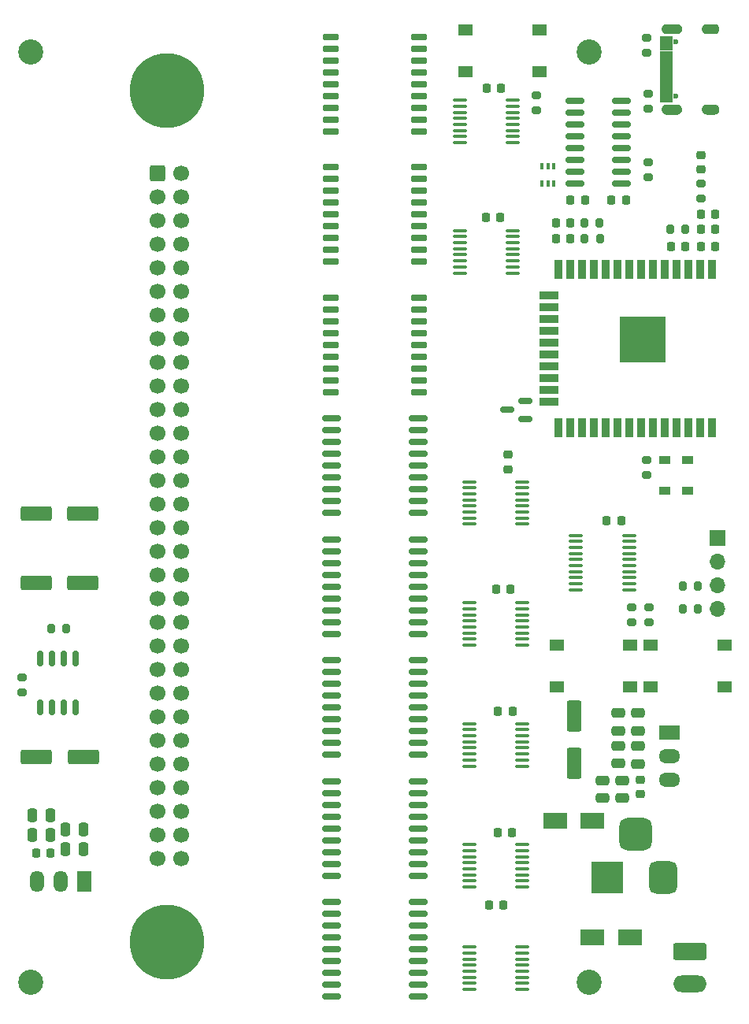
<source format=gbr>
%TF.GenerationSoftware,KiCad,Pcbnew,(6.0.7)*%
%TF.CreationDate,2022-10-27T00:54:25+02:00*%
%TF.ProjectId,flipdot-brose-esp32,666c6970-646f-4742-9d62-726f73652d65,rev?*%
%TF.SameCoordinates,Original*%
%TF.FileFunction,Soldermask,Top*%
%TF.FilePolarity,Negative*%
%FSLAX46Y46*%
G04 Gerber Fmt 4.6, Leading zero omitted, Abs format (unit mm)*
G04 Created by KiCad (PCBNEW (6.0.7)) date 2022-10-27 00:54:25*
%MOMM*%
%LPD*%
G01*
G04 APERTURE LIST*
G04 Aperture macros list*
%AMRoundRect*
0 Rectangle with rounded corners*
0 $1 Rounding radius*
0 $2 $3 $4 $5 $6 $7 $8 $9 X,Y pos of 4 corners*
0 Add a 4 corners polygon primitive as box body*
4,1,4,$2,$3,$4,$5,$6,$7,$8,$9,$2,$3,0*
0 Add four circle primitives for the rounded corners*
1,1,$1+$1,$2,$3*
1,1,$1+$1,$4,$5*
1,1,$1+$1,$6,$7*
1,1,$1+$1,$8,$9*
0 Add four rect primitives between the rounded corners*
20,1,$1+$1,$2,$3,$4,$5,0*
20,1,$1+$1,$4,$5,$6,$7,0*
20,1,$1+$1,$6,$7,$8,$9,0*
20,1,$1+$1,$8,$9,$2,$3,0*%
G04 Aperture macros list end*
%ADD10C,0.010000*%
%ADD11R,2.500000X1.800000*%
%ADD12RoundRect,0.250000X-1.550000X0.650000X-1.550000X-0.650000X1.550000X-0.650000X1.550000X0.650000X0*%
%ADD13O,3.600000X1.800000*%
%ADD14R,3.500000X3.500000*%
%ADD15RoundRect,0.750000X0.750000X1.000000X-0.750000X1.000000X-0.750000X-1.000000X0.750000X-1.000000X0*%
%ADD16RoundRect,0.875000X0.875000X0.875000X-0.875000X0.875000X-0.875000X-0.875000X0.875000X-0.875000X0*%
%ADD17RoundRect,0.225000X-0.225000X-0.250000X0.225000X-0.250000X0.225000X0.250000X-0.225000X0.250000X0*%
%ADD18RoundRect,0.225000X-0.250000X0.225000X-0.250000X-0.225000X0.250000X-0.225000X0.250000X0.225000X0*%
%ADD19RoundRect,0.150000X-0.150000X0.675000X-0.150000X-0.675000X0.150000X-0.675000X0.150000X0.675000X0*%
%ADD20R,1.500000X2.300000*%
%ADD21O,1.500000X2.300000*%
%ADD22RoundRect,0.200000X0.200000X0.275000X-0.200000X0.275000X-0.200000X-0.275000X0.200000X-0.275000X0*%
%ADD23RoundRect,0.200000X-0.275000X0.200000X-0.275000X-0.200000X0.275000X-0.200000X0.275000X0.200000X0*%
%ADD24RoundRect,0.250000X1.412500X0.550000X-1.412500X0.550000X-1.412500X-0.550000X1.412500X-0.550000X0*%
%ADD25RoundRect,0.250000X-0.250000X-0.475000X0.250000X-0.475000X0.250000X0.475000X-0.250000X0.475000X0*%
%ADD26RoundRect,0.250000X0.250000X0.475000X-0.250000X0.475000X-0.250000X-0.475000X0.250000X-0.475000X0*%
%ADD27RoundRect,0.100000X-0.637500X-0.100000X0.637500X-0.100000X0.637500X0.100000X-0.637500X0.100000X0*%
%ADD28RoundRect,0.150000X0.725000X0.150000X-0.725000X0.150000X-0.725000X-0.150000X0.725000X-0.150000X0*%
%ADD29RoundRect,0.150000X0.875000X0.150000X-0.875000X0.150000X-0.875000X-0.150000X0.875000X-0.150000X0*%
%ADD30RoundRect,0.150000X0.825000X0.150000X-0.825000X0.150000X-0.825000X-0.150000X0.825000X-0.150000X0*%
%ADD31R,2.300000X1.500000*%
%ADD32O,2.300000X1.500000*%
%ADD33R,0.900000X2.000000*%
%ADD34R,2.000000X0.900000*%
%ADD35R,5.000000X5.000000*%
%ADD36R,1.550000X1.300000*%
%ADD37RoundRect,0.200000X-0.200000X-0.275000X0.200000X-0.275000X0.200000X0.275000X-0.200000X0.275000X0*%
%ADD38RoundRect,0.200000X0.275000X-0.200000X0.275000X0.200000X-0.275000X0.200000X-0.275000X-0.200000X0*%
%ADD39R,0.400000X0.650000*%
%ADD40C,0.600000*%
%ADD41R,1.700000X1.700000*%
%ADD42O,1.700000X1.700000*%
%ADD43RoundRect,0.250000X-0.600000X-0.600000X0.600000X-0.600000X0.600000X0.600000X-0.600000X0.600000X0*%
%ADD44C,1.700000*%
%ADD45C,8.000000*%
%ADD46C,2.700000*%
%ADD47R,1.200000X0.900000*%
%ADD48RoundRect,0.218750X-0.256250X0.218750X-0.256250X-0.218750X0.256250X-0.218750X0.256250X0.218750X0*%
%ADD49RoundRect,0.218750X-0.218750X-0.256250X0.218750X-0.256250X0.218750X0.256250X-0.218750X0.256250X0*%
%ADD50RoundRect,0.150000X0.587500X0.150000X-0.587500X0.150000X-0.587500X-0.150000X0.587500X-0.150000X0*%
%ADD51RoundRect,0.225000X0.225000X0.250000X-0.225000X0.250000X-0.225000X-0.250000X0.225000X-0.250000X0*%
%ADD52RoundRect,0.250000X-0.475000X0.250000X-0.475000X-0.250000X0.475000X-0.250000X0.475000X0.250000X0*%
%ADD53RoundRect,0.250000X0.475000X-0.250000X0.475000X0.250000X-0.475000X0.250000X-0.475000X-0.250000X0*%
%ADD54RoundRect,0.250000X-0.550000X1.412500X-0.550000X-1.412500X0.550000X-1.412500X0.550000X1.412500X0*%
G04 APERTURE END LIST*
%TO.C,J6*%
G36*
X109468500Y-43176000D02*
G01*
X109494500Y-43178000D01*
X109520500Y-43181000D01*
X109546500Y-43186000D01*
X109571500Y-43192000D01*
X109597500Y-43199000D01*
X109621500Y-43208000D01*
X109645500Y-43218000D01*
X109669500Y-43229000D01*
X109692500Y-43242000D01*
X109736500Y-43270000D01*
X109757500Y-43286000D01*
X109777500Y-43303000D01*
X109796500Y-43321000D01*
X109814500Y-43340000D01*
X109831500Y-43360000D01*
X109847500Y-43381000D01*
X109875500Y-43425000D01*
X109888500Y-43448000D01*
X109899500Y-43472000D01*
X109909500Y-43496000D01*
X109918500Y-43520000D01*
X109925500Y-43546000D01*
X109931500Y-43571000D01*
X109936500Y-43597000D01*
X109939500Y-43623000D01*
X109941500Y-43649000D01*
X109942500Y-43675000D01*
X109941500Y-43701000D01*
X109939500Y-43727000D01*
X109936500Y-43753000D01*
X109931500Y-43779000D01*
X109925500Y-43804000D01*
X109918500Y-43830000D01*
X109909500Y-43854000D01*
X109899500Y-43878000D01*
X109888500Y-43902000D01*
X109875500Y-43925000D01*
X109847500Y-43969000D01*
X109831500Y-43990000D01*
X109814500Y-44010000D01*
X109796500Y-44029000D01*
X109777500Y-44047000D01*
X109757500Y-44064000D01*
X109736500Y-44080000D01*
X109692500Y-44108000D01*
X109669500Y-44121000D01*
X109645500Y-44132000D01*
X109621500Y-44142000D01*
X109597500Y-44151000D01*
X109571500Y-44158000D01*
X109546500Y-44164000D01*
X109520500Y-44169000D01*
X109494500Y-44172000D01*
X109468500Y-44174000D01*
X109442500Y-44175000D01*
X108342500Y-44175000D01*
X108316500Y-44174000D01*
X108290500Y-44172000D01*
X108264500Y-44169000D01*
X108238500Y-44164000D01*
X108213500Y-44158000D01*
X108187500Y-44151000D01*
X108163500Y-44142000D01*
X108139500Y-44132000D01*
X108115500Y-44121000D01*
X108092500Y-44108000D01*
X108048500Y-44080000D01*
X108027500Y-44064000D01*
X108007500Y-44047000D01*
X107988500Y-44029000D01*
X107970500Y-44010000D01*
X107953500Y-43990000D01*
X107937500Y-43969000D01*
X107909500Y-43925000D01*
X107896500Y-43902000D01*
X107885500Y-43878000D01*
X107875500Y-43854000D01*
X107866500Y-43830000D01*
X107859500Y-43804000D01*
X107853500Y-43779000D01*
X107848500Y-43753000D01*
X107845500Y-43727000D01*
X107843500Y-43701000D01*
X107842500Y-43675000D01*
X107843500Y-43649000D01*
X107845500Y-43623000D01*
X107848500Y-43597000D01*
X107853500Y-43571000D01*
X107859500Y-43546000D01*
X107866500Y-43520000D01*
X107875500Y-43496000D01*
X107885500Y-43472000D01*
X107896500Y-43448000D01*
X107909500Y-43425000D01*
X107937500Y-43381000D01*
X107953500Y-43360000D01*
X107970500Y-43340000D01*
X107988500Y-43321000D01*
X108007500Y-43303000D01*
X108027500Y-43286000D01*
X108048500Y-43270000D01*
X108092500Y-43242000D01*
X108115500Y-43229000D01*
X108139500Y-43218000D01*
X108163500Y-43208000D01*
X108187500Y-43199000D01*
X108213500Y-43192000D01*
X108238500Y-43186000D01*
X108264500Y-43181000D01*
X108290500Y-43178000D01*
X108316500Y-43176000D01*
X108342500Y-43175000D01*
X109442500Y-43175000D01*
X109468500Y-43176000D01*
G37*
D10*
X109468500Y-43176000D02*
X109494500Y-43178000D01*
X109520500Y-43181000D01*
X109546500Y-43186000D01*
X109571500Y-43192000D01*
X109597500Y-43199000D01*
X109621500Y-43208000D01*
X109645500Y-43218000D01*
X109669500Y-43229000D01*
X109692500Y-43242000D01*
X109736500Y-43270000D01*
X109757500Y-43286000D01*
X109777500Y-43303000D01*
X109796500Y-43321000D01*
X109814500Y-43340000D01*
X109831500Y-43360000D01*
X109847500Y-43381000D01*
X109875500Y-43425000D01*
X109888500Y-43448000D01*
X109899500Y-43472000D01*
X109909500Y-43496000D01*
X109918500Y-43520000D01*
X109925500Y-43546000D01*
X109931500Y-43571000D01*
X109936500Y-43597000D01*
X109939500Y-43623000D01*
X109941500Y-43649000D01*
X109942500Y-43675000D01*
X109941500Y-43701000D01*
X109939500Y-43727000D01*
X109936500Y-43753000D01*
X109931500Y-43779000D01*
X109925500Y-43804000D01*
X109918500Y-43830000D01*
X109909500Y-43854000D01*
X109899500Y-43878000D01*
X109888500Y-43902000D01*
X109875500Y-43925000D01*
X109847500Y-43969000D01*
X109831500Y-43990000D01*
X109814500Y-44010000D01*
X109796500Y-44029000D01*
X109777500Y-44047000D01*
X109757500Y-44064000D01*
X109736500Y-44080000D01*
X109692500Y-44108000D01*
X109669500Y-44121000D01*
X109645500Y-44132000D01*
X109621500Y-44142000D01*
X109597500Y-44151000D01*
X109571500Y-44158000D01*
X109546500Y-44164000D01*
X109520500Y-44169000D01*
X109494500Y-44172000D01*
X109468500Y-44174000D01*
X109442500Y-44175000D01*
X108342500Y-44175000D01*
X108316500Y-44174000D01*
X108290500Y-44172000D01*
X108264500Y-44169000D01*
X108238500Y-44164000D01*
X108213500Y-44158000D01*
X108187500Y-44151000D01*
X108163500Y-44142000D01*
X108139500Y-44132000D01*
X108115500Y-44121000D01*
X108092500Y-44108000D01*
X108048500Y-44080000D01*
X108027500Y-44064000D01*
X108007500Y-44047000D01*
X107988500Y-44029000D01*
X107970500Y-44010000D01*
X107953500Y-43990000D01*
X107937500Y-43969000D01*
X107909500Y-43925000D01*
X107896500Y-43902000D01*
X107885500Y-43878000D01*
X107875500Y-43854000D01*
X107866500Y-43830000D01*
X107859500Y-43804000D01*
X107853500Y-43779000D01*
X107848500Y-43753000D01*
X107845500Y-43727000D01*
X107843500Y-43701000D01*
X107842500Y-43675000D01*
X107843500Y-43649000D01*
X107845500Y-43623000D01*
X107848500Y-43597000D01*
X107853500Y-43571000D01*
X107859500Y-43546000D01*
X107866500Y-43520000D01*
X107875500Y-43496000D01*
X107885500Y-43472000D01*
X107896500Y-43448000D01*
X107909500Y-43425000D01*
X107937500Y-43381000D01*
X107953500Y-43360000D01*
X107970500Y-43340000D01*
X107988500Y-43321000D01*
X108007500Y-43303000D01*
X108027500Y-43286000D01*
X108048500Y-43270000D01*
X108092500Y-43242000D01*
X108115500Y-43229000D01*
X108139500Y-43218000D01*
X108163500Y-43208000D01*
X108187500Y-43199000D01*
X108213500Y-43192000D01*
X108238500Y-43186000D01*
X108264500Y-43181000D01*
X108290500Y-43178000D01*
X108316500Y-43176000D01*
X108342500Y-43175000D01*
X109442500Y-43175000D01*
X109468500Y-43176000D01*
G36*
X109468500Y-34526000D02*
G01*
X109494500Y-34528000D01*
X109520500Y-34531000D01*
X109546500Y-34536000D01*
X109571500Y-34542000D01*
X109597500Y-34549000D01*
X109621500Y-34558000D01*
X109645500Y-34568000D01*
X109669500Y-34579000D01*
X109692500Y-34592000D01*
X109736500Y-34620000D01*
X109757500Y-34636000D01*
X109777500Y-34653000D01*
X109796500Y-34671000D01*
X109814500Y-34690000D01*
X109831500Y-34710000D01*
X109847500Y-34731000D01*
X109875500Y-34775000D01*
X109888500Y-34798000D01*
X109899500Y-34822000D01*
X109909500Y-34846000D01*
X109918500Y-34870000D01*
X109925500Y-34896000D01*
X109931500Y-34921000D01*
X109936500Y-34947000D01*
X109939500Y-34973000D01*
X109941500Y-34999000D01*
X109942500Y-35025000D01*
X109941500Y-35055000D01*
X109938500Y-35082000D01*
X109934500Y-35108000D01*
X109929500Y-35134000D01*
X109915500Y-35184000D01*
X109905500Y-35209000D01*
X109895500Y-35233000D01*
X109883500Y-35257000D01*
X109870500Y-35280000D01*
X109856500Y-35302000D01*
X109840500Y-35324000D01*
X109824500Y-35345000D01*
X109788500Y-35383000D01*
X109768500Y-35401000D01*
X109748500Y-35418000D01*
X109727500Y-35434000D01*
X109705500Y-35448000D01*
X109682500Y-35462000D01*
X109658500Y-35474000D01*
X109634500Y-35485000D01*
X109610500Y-35495000D01*
X109585500Y-35503000D01*
X109559500Y-35510000D01*
X109533500Y-35516000D01*
X109507500Y-35520000D01*
X109481500Y-35523000D01*
X109455500Y-35525000D01*
X108332500Y-35525000D01*
X108302500Y-35524000D01*
X108277500Y-35521000D01*
X108251500Y-35518000D01*
X108201500Y-35506000D01*
X108176500Y-35498000D01*
X108152500Y-35489000D01*
X108128500Y-35479000D01*
X108105500Y-35467000D01*
X108082500Y-35454000D01*
X108060500Y-35440000D01*
X108039500Y-35425000D01*
X108019500Y-35409000D01*
X107999500Y-35392000D01*
X107981500Y-35374000D01*
X107963500Y-35355000D01*
X107947500Y-35335000D01*
X107931500Y-35314000D01*
X107917500Y-35292000D01*
X107904500Y-35270000D01*
X107892500Y-35247000D01*
X107881500Y-35223000D01*
X107872500Y-35199000D01*
X107864500Y-35175000D01*
X107857500Y-35150000D01*
X107851500Y-35124000D01*
X107847500Y-35099000D01*
X107844500Y-35073000D01*
X107842500Y-35047000D01*
X107842500Y-35025000D01*
X107843500Y-34999000D01*
X107845500Y-34973000D01*
X107848500Y-34947000D01*
X107853500Y-34921000D01*
X107859500Y-34896000D01*
X107866500Y-34870000D01*
X107875500Y-34846000D01*
X107885500Y-34822000D01*
X107896500Y-34798000D01*
X107909500Y-34775000D01*
X107937500Y-34731000D01*
X107953500Y-34710000D01*
X107970500Y-34690000D01*
X107988500Y-34671000D01*
X108007500Y-34653000D01*
X108027500Y-34636000D01*
X108048500Y-34620000D01*
X108092500Y-34592000D01*
X108115500Y-34579000D01*
X108139500Y-34568000D01*
X108163500Y-34558000D01*
X108187500Y-34549000D01*
X108213500Y-34542000D01*
X108238500Y-34536000D01*
X108264500Y-34531000D01*
X108290500Y-34528000D01*
X108316500Y-34526000D01*
X108342500Y-34525000D01*
X109442500Y-34525000D01*
X109468500Y-34526000D01*
G37*
X109468500Y-34526000D02*
X109494500Y-34528000D01*
X109520500Y-34531000D01*
X109546500Y-34536000D01*
X109571500Y-34542000D01*
X109597500Y-34549000D01*
X109621500Y-34558000D01*
X109645500Y-34568000D01*
X109669500Y-34579000D01*
X109692500Y-34592000D01*
X109736500Y-34620000D01*
X109757500Y-34636000D01*
X109777500Y-34653000D01*
X109796500Y-34671000D01*
X109814500Y-34690000D01*
X109831500Y-34710000D01*
X109847500Y-34731000D01*
X109875500Y-34775000D01*
X109888500Y-34798000D01*
X109899500Y-34822000D01*
X109909500Y-34846000D01*
X109918500Y-34870000D01*
X109925500Y-34896000D01*
X109931500Y-34921000D01*
X109936500Y-34947000D01*
X109939500Y-34973000D01*
X109941500Y-34999000D01*
X109942500Y-35025000D01*
X109941500Y-35055000D01*
X109938500Y-35082000D01*
X109934500Y-35108000D01*
X109929500Y-35134000D01*
X109915500Y-35184000D01*
X109905500Y-35209000D01*
X109895500Y-35233000D01*
X109883500Y-35257000D01*
X109870500Y-35280000D01*
X109856500Y-35302000D01*
X109840500Y-35324000D01*
X109824500Y-35345000D01*
X109788500Y-35383000D01*
X109768500Y-35401000D01*
X109748500Y-35418000D01*
X109727500Y-35434000D01*
X109705500Y-35448000D01*
X109682500Y-35462000D01*
X109658500Y-35474000D01*
X109634500Y-35485000D01*
X109610500Y-35495000D01*
X109585500Y-35503000D01*
X109559500Y-35510000D01*
X109533500Y-35516000D01*
X109507500Y-35520000D01*
X109481500Y-35523000D01*
X109455500Y-35525000D01*
X108332500Y-35525000D01*
X108302500Y-35524000D01*
X108277500Y-35521000D01*
X108251500Y-35518000D01*
X108201500Y-35506000D01*
X108176500Y-35498000D01*
X108152500Y-35489000D01*
X108128500Y-35479000D01*
X108105500Y-35467000D01*
X108082500Y-35454000D01*
X108060500Y-35440000D01*
X108039500Y-35425000D01*
X108019500Y-35409000D01*
X107999500Y-35392000D01*
X107981500Y-35374000D01*
X107963500Y-35355000D01*
X107947500Y-35335000D01*
X107931500Y-35314000D01*
X107917500Y-35292000D01*
X107904500Y-35270000D01*
X107892500Y-35247000D01*
X107881500Y-35223000D01*
X107872500Y-35199000D01*
X107864500Y-35175000D01*
X107857500Y-35150000D01*
X107851500Y-35124000D01*
X107847500Y-35099000D01*
X107844500Y-35073000D01*
X107842500Y-35047000D01*
X107842500Y-35025000D01*
X107843500Y-34999000D01*
X107845500Y-34973000D01*
X107848500Y-34947000D01*
X107853500Y-34921000D01*
X107859500Y-34896000D01*
X107866500Y-34870000D01*
X107875500Y-34846000D01*
X107885500Y-34822000D01*
X107896500Y-34798000D01*
X107909500Y-34775000D01*
X107937500Y-34731000D01*
X107953500Y-34710000D01*
X107970500Y-34690000D01*
X107988500Y-34671000D01*
X108007500Y-34653000D01*
X108027500Y-34636000D01*
X108048500Y-34620000D01*
X108092500Y-34592000D01*
X108115500Y-34579000D01*
X108139500Y-34568000D01*
X108163500Y-34558000D01*
X108187500Y-34549000D01*
X108213500Y-34542000D01*
X108238500Y-34536000D01*
X108264500Y-34531000D01*
X108290500Y-34528000D01*
X108316500Y-34526000D01*
X108342500Y-34525000D01*
X109442500Y-34525000D01*
X109468500Y-34526000D01*
G36*
X113488500Y-43176000D02*
G01*
X113514500Y-43178000D01*
X113540500Y-43181000D01*
X113566500Y-43186000D01*
X113591500Y-43192000D01*
X113617500Y-43199000D01*
X113641500Y-43208000D01*
X113665500Y-43218000D01*
X113689500Y-43229000D01*
X113712500Y-43242000D01*
X113756500Y-43270000D01*
X113777500Y-43286000D01*
X113797500Y-43303000D01*
X113816500Y-43321000D01*
X113834500Y-43340000D01*
X113851500Y-43360000D01*
X113867500Y-43381000D01*
X113895500Y-43425000D01*
X113908500Y-43448000D01*
X113919500Y-43472000D01*
X113929500Y-43496000D01*
X113938500Y-43520000D01*
X113945500Y-43546000D01*
X113951500Y-43571000D01*
X113956500Y-43597000D01*
X113959500Y-43623000D01*
X113961500Y-43649000D01*
X113962500Y-43675000D01*
X113961500Y-43701000D01*
X113959500Y-43727000D01*
X113956500Y-43753000D01*
X113951500Y-43779000D01*
X113945500Y-43804000D01*
X113938500Y-43830000D01*
X113929500Y-43854000D01*
X113919500Y-43878000D01*
X113908500Y-43902000D01*
X113895500Y-43925000D01*
X113867500Y-43969000D01*
X113851500Y-43990000D01*
X113834500Y-44010000D01*
X113816500Y-44029000D01*
X113797500Y-44047000D01*
X113777500Y-44064000D01*
X113756500Y-44080000D01*
X113712500Y-44108000D01*
X113689500Y-44121000D01*
X113665500Y-44132000D01*
X113641500Y-44142000D01*
X113617500Y-44151000D01*
X113591500Y-44158000D01*
X113566500Y-44164000D01*
X113540500Y-44169000D01*
X113514500Y-44172000D01*
X113488500Y-44174000D01*
X113462500Y-44175000D01*
X112662500Y-44175000D01*
X112636500Y-44174000D01*
X112610500Y-44172000D01*
X112584500Y-44169000D01*
X112558500Y-44164000D01*
X112533500Y-44158000D01*
X112507500Y-44151000D01*
X112483500Y-44142000D01*
X112459500Y-44132000D01*
X112435500Y-44121000D01*
X112412500Y-44108000D01*
X112368500Y-44080000D01*
X112347500Y-44064000D01*
X112327500Y-44047000D01*
X112308500Y-44029000D01*
X112290500Y-44010000D01*
X112273500Y-43990000D01*
X112257500Y-43969000D01*
X112229500Y-43925000D01*
X112216500Y-43902000D01*
X112205500Y-43878000D01*
X112195500Y-43854000D01*
X112186500Y-43830000D01*
X112179500Y-43804000D01*
X112173500Y-43779000D01*
X112168500Y-43753000D01*
X112165500Y-43727000D01*
X112163500Y-43701000D01*
X112162500Y-43675000D01*
X112163500Y-43649000D01*
X112165500Y-43623000D01*
X112168500Y-43597000D01*
X112173500Y-43571000D01*
X112179500Y-43546000D01*
X112186500Y-43520000D01*
X112195500Y-43496000D01*
X112205500Y-43472000D01*
X112216500Y-43448000D01*
X112229500Y-43425000D01*
X112257500Y-43381000D01*
X112273500Y-43360000D01*
X112290500Y-43340000D01*
X112308500Y-43321000D01*
X112327500Y-43303000D01*
X112347500Y-43286000D01*
X112368500Y-43270000D01*
X112412500Y-43242000D01*
X112435500Y-43229000D01*
X112459500Y-43218000D01*
X112483500Y-43208000D01*
X112507500Y-43199000D01*
X112533500Y-43192000D01*
X112558500Y-43186000D01*
X112584500Y-43181000D01*
X112610500Y-43178000D01*
X112636500Y-43176000D01*
X112662500Y-43175000D01*
X113462500Y-43175000D01*
X113488500Y-43176000D01*
G37*
X113488500Y-43176000D02*
X113514500Y-43178000D01*
X113540500Y-43181000D01*
X113566500Y-43186000D01*
X113591500Y-43192000D01*
X113617500Y-43199000D01*
X113641500Y-43208000D01*
X113665500Y-43218000D01*
X113689500Y-43229000D01*
X113712500Y-43242000D01*
X113756500Y-43270000D01*
X113777500Y-43286000D01*
X113797500Y-43303000D01*
X113816500Y-43321000D01*
X113834500Y-43340000D01*
X113851500Y-43360000D01*
X113867500Y-43381000D01*
X113895500Y-43425000D01*
X113908500Y-43448000D01*
X113919500Y-43472000D01*
X113929500Y-43496000D01*
X113938500Y-43520000D01*
X113945500Y-43546000D01*
X113951500Y-43571000D01*
X113956500Y-43597000D01*
X113959500Y-43623000D01*
X113961500Y-43649000D01*
X113962500Y-43675000D01*
X113961500Y-43701000D01*
X113959500Y-43727000D01*
X113956500Y-43753000D01*
X113951500Y-43779000D01*
X113945500Y-43804000D01*
X113938500Y-43830000D01*
X113929500Y-43854000D01*
X113919500Y-43878000D01*
X113908500Y-43902000D01*
X113895500Y-43925000D01*
X113867500Y-43969000D01*
X113851500Y-43990000D01*
X113834500Y-44010000D01*
X113816500Y-44029000D01*
X113797500Y-44047000D01*
X113777500Y-44064000D01*
X113756500Y-44080000D01*
X113712500Y-44108000D01*
X113689500Y-44121000D01*
X113665500Y-44132000D01*
X113641500Y-44142000D01*
X113617500Y-44151000D01*
X113591500Y-44158000D01*
X113566500Y-44164000D01*
X113540500Y-44169000D01*
X113514500Y-44172000D01*
X113488500Y-44174000D01*
X113462500Y-44175000D01*
X112662500Y-44175000D01*
X112636500Y-44174000D01*
X112610500Y-44172000D01*
X112584500Y-44169000D01*
X112558500Y-44164000D01*
X112533500Y-44158000D01*
X112507500Y-44151000D01*
X112483500Y-44142000D01*
X112459500Y-44132000D01*
X112435500Y-44121000D01*
X112412500Y-44108000D01*
X112368500Y-44080000D01*
X112347500Y-44064000D01*
X112327500Y-44047000D01*
X112308500Y-44029000D01*
X112290500Y-44010000D01*
X112273500Y-43990000D01*
X112257500Y-43969000D01*
X112229500Y-43925000D01*
X112216500Y-43902000D01*
X112205500Y-43878000D01*
X112195500Y-43854000D01*
X112186500Y-43830000D01*
X112179500Y-43804000D01*
X112173500Y-43779000D01*
X112168500Y-43753000D01*
X112165500Y-43727000D01*
X112163500Y-43701000D01*
X112162500Y-43675000D01*
X112163500Y-43649000D01*
X112165500Y-43623000D01*
X112168500Y-43597000D01*
X112173500Y-43571000D01*
X112179500Y-43546000D01*
X112186500Y-43520000D01*
X112195500Y-43496000D01*
X112205500Y-43472000D01*
X112216500Y-43448000D01*
X112229500Y-43425000D01*
X112257500Y-43381000D01*
X112273500Y-43360000D01*
X112290500Y-43340000D01*
X112308500Y-43321000D01*
X112327500Y-43303000D01*
X112347500Y-43286000D01*
X112368500Y-43270000D01*
X112412500Y-43242000D01*
X112435500Y-43229000D01*
X112459500Y-43218000D01*
X112483500Y-43208000D01*
X112507500Y-43199000D01*
X112533500Y-43192000D01*
X112558500Y-43186000D01*
X112584500Y-43181000D01*
X112610500Y-43178000D01*
X112636500Y-43176000D01*
X112662500Y-43175000D01*
X113462500Y-43175000D01*
X113488500Y-43176000D01*
G36*
X113488500Y-34526000D02*
G01*
X113514500Y-34528000D01*
X113540500Y-34531000D01*
X113566500Y-34536000D01*
X113591500Y-34542000D01*
X113617500Y-34549000D01*
X113641500Y-34558000D01*
X113665500Y-34568000D01*
X113689500Y-34579000D01*
X113712500Y-34592000D01*
X113756500Y-34620000D01*
X113777500Y-34636000D01*
X113797500Y-34653000D01*
X113816500Y-34671000D01*
X113834500Y-34690000D01*
X113851500Y-34710000D01*
X113867500Y-34731000D01*
X113895500Y-34775000D01*
X113908500Y-34798000D01*
X113919500Y-34822000D01*
X113929500Y-34846000D01*
X113938500Y-34870000D01*
X113945500Y-34896000D01*
X113951500Y-34921000D01*
X113956500Y-34947000D01*
X113959500Y-34973000D01*
X113961500Y-34999000D01*
X113962500Y-35025000D01*
X113961500Y-35051000D01*
X113959500Y-35077000D01*
X113956500Y-35103000D01*
X113951500Y-35129000D01*
X113945500Y-35154000D01*
X113938500Y-35180000D01*
X113929500Y-35204000D01*
X113919500Y-35228000D01*
X113908500Y-35252000D01*
X113895500Y-35275000D01*
X113867500Y-35319000D01*
X113851500Y-35340000D01*
X113834500Y-35360000D01*
X113816500Y-35379000D01*
X113797500Y-35397000D01*
X113777500Y-35414000D01*
X113756500Y-35430000D01*
X113712500Y-35458000D01*
X113689500Y-35471000D01*
X113665500Y-35482000D01*
X113641500Y-35492000D01*
X113617500Y-35501000D01*
X113591500Y-35508000D01*
X113566500Y-35514000D01*
X113540500Y-35519000D01*
X113514500Y-35522000D01*
X113488500Y-35524000D01*
X113462500Y-35525000D01*
X112662500Y-35525000D01*
X112636500Y-35524000D01*
X112610500Y-35522000D01*
X112584500Y-35519000D01*
X112558500Y-35514000D01*
X112533500Y-35508000D01*
X112507500Y-35501000D01*
X112483500Y-35492000D01*
X112459500Y-35482000D01*
X112435500Y-35471000D01*
X112412500Y-35458000D01*
X112368500Y-35430000D01*
X112347500Y-35414000D01*
X112327500Y-35397000D01*
X112308500Y-35379000D01*
X112290500Y-35360000D01*
X112273500Y-35340000D01*
X112257500Y-35319000D01*
X112229500Y-35275000D01*
X112216500Y-35252000D01*
X112205500Y-35228000D01*
X112195500Y-35204000D01*
X112186500Y-35180000D01*
X112179500Y-35154000D01*
X112173500Y-35129000D01*
X112168500Y-35103000D01*
X112165500Y-35077000D01*
X112163500Y-35051000D01*
X112162500Y-35025000D01*
X112163500Y-34999000D01*
X112165500Y-34973000D01*
X112168500Y-34947000D01*
X112173500Y-34921000D01*
X112179500Y-34896000D01*
X112186500Y-34870000D01*
X112195500Y-34846000D01*
X112205500Y-34822000D01*
X112216500Y-34798000D01*
X112229500Y-34775000D01*
X112257500Y-34731000D01*
X112273500Y-34710000D01*
X112290500Y-34690000D01*
X112308500Y-34671000D01*
X112327500Y-34653000D01*
X112347500Y-34636000D01*
X112368500Y-34620000D01*
X112412500Y-34592000D01*
X112435500Y-34579000D01*
X112459500Y-34568000D01*
X112483500Y-34558000D01*
X112507500Y-34549000D01*
X112533500Y-34542000D01*
X112558500Y-34536000D01*
X112584500Y-34531000D01*
X112610500Y-34528000D01*
X112636500Y-34526000D01*
X112662500Y-34525000D01*
X113462500Y-34525000D01*
X113488500Y-34526000D01*
G37*
X113488500Y-34526000D02*
X113514500Y-34528000D01*
X113540500Y-34531000D01*
X113566500Y-34536000D01*
X113591500Y-34542000D01*
X113617500Y-34549000D01*
X113641500Y-34558000D01*
X113665500Y-34568000D01*
X113689500Y-34579000D01*
X113712500Y-34592000D01*
X113756500Y-34620000D01*
X113777500Y-34636000D01*
X113797500Y-34653000D01*
X113816500Y-34671000D01*
X113834500Y-34690000D01*
X113851500Y-34710000D01*
X113867500Y-34731000D01*
X113895500Y-34775000D01*
X113908500Y-34798000D01*
X113919500Y-34822000D01*
X113929500Y-34846000D01*
X113938500Y-34870000D01*
X113945500Y-34896000D01*
X113951500Y-34921000D01*
X113956500Y-34947000D01*
X113959500Y-34973000D01*
X113961500Y-34999000D01*
X113962500Y-35025000D01*
X113961500Y-35051000D01*
X113959500Y-35077000D01*
X113956500Y-35103000D01*
X113951500Y-35129000D01*
X113945500Y-35154000D01*
X113938500Y-35180000D01*
X113929500Y-35204000D01*
X113919500Y-35228000D01*
X113908500Y-35252000D01*
X113895500Y-35275000D01*
X113867500Y-35319000D01*
X113851500Y-35340000D01*
X113834500Y-35360000D01*
X113816500Y-35379000D01*
X113797500Y-35397000D01*
X113777500Y-35414000D01*
X113756500Y-35430000D01*
X113712500Y-35458000D01*
X113689500Y-35471000D01*
X113665500Y-35482000D01*
X113641500Y-35492000D01*
X113617500Y-35501000D01*
X113591500Y-35508000D01*
X113566500Y-35514000D01*
X113540500Y-35519000D01*
X113514500Y-35522000D01*
X113488500Y-35524000D01*
X113462500Y-35525000D01*
X112662500Y-35525000D01*
X112636500Y-35524000D01*
X112610500Y-35522000D01*
X112584500Y-35519000D01*
X112558500Y-35514000D01*
X112533500Y-35508000D01*
X112507500Y-35501000D01*
X112483500Y-35492000D01*
X112459500Y-35482000D01*
X112435500Y-35471000D01*
X112412500Y-35458000D01*
X112368500Y-35430000D01*
X112347500Y-35414000D01*
X112327500Y-35397000D01*
X112308500Y-35379000D01*
X112290500Y-35360000D01*
X112273500Y-35340000D01*
X112257500Y-35319000D01*
X112229500Y-35275000D01*
X112216500Y-35252000D01*
X112205500Y-35228000D01*
X112195500Y-35204000D01*
X112186500Y-35180000D01*
X112179500Y-35154000D01*
X112173500Y-35129000D01*
X112168500Y-35103000D01*
X112165500Y-35077000D01*
X112163500Y-35051000D01*
X112162500Y-35025000D01*
X112163500Y-34999000D01*
X112165500Y-34973000D01*
X112168500Y-34947000D01*
X112173500Y-34921000D01*
X112179500Y-34896000D01*
X112186500Y-34870000D01*
X112195500Y-34846000D01*
X112205500Y-34822000D01*
X112216500Y-34798000D01*
X112229500Y-34775000D01*
X112257500Y-34731000D01*
X112273500Y-34710000D01*
X112290500Y-34690000D01*
X112308500Y-34671000D01*
X112327500Y-34653000D01*
X112347500Y-34636000D01*
X112368500Y-34620000D01*
X112412500Y-34592000D01*
X112435500Y-34579000D01*
X112459500Y-34568000D01*
X112483500Y-34558000D01*
X112507500Y-34549000D01*
X112533500Y-34542000D01*
X112558500Y-34536000D01*
X112584500Y-34531000D01*
X112610500Y-34528000D01*
X112636500Y-34526000D01*
X112662500Y-34525000D01*
X113462500Y-34525000D01*
X113488500Y-34526000D01*
G36*
X108932500Y-41300000D02*
G01*
X107692500Y-41300000D01*
X107692500Y-40900000D01*
X108932500Y-40900000D01*
X108932500Y-41300000D01*
G37*
X108932500Y-41300000D02*
X107692500Y-41300000D01*
X107692500Y-40900000D01*
X108932500Y-40900000D01*
X108932500Y-41300000D01*
G36*
X108932500Y-40800000D02*
G01*
X107692500Y-40800000D01*
X107692500Y-40400000D01*
X108932500Y-40400000D01*
X108932500Y-40800000D01*
G37*
X108932500Y-40800000D02*
X107692500Y-40800000D01*
X107692500Y-40400000D01*
X108932500Y-40400000D01*
X108932500Y-40800000D01*
G36*
X108932500Y-40300000D02*
G01*
X107692500Y-40300000D01*
X107692500Y-39900000D01*
X108932500Y-39900000D01*
X108932500Y-40300000D01*
G37*
X108932500Y-40300000D02*
X107692500Y-40300000D01*
X107692500Y-39900000D01*
X108932500Y-39900000D01*
X108932500Y-40300000D01*
G36*
X108932500Y-37800000D02*
G01*
X107692500Y-37800000D01*
X107692500Y-37400000D01*
X108932500Y-37400000D01*
X108932500Y-37800000D01*
G37*
X108932500Y-37800000D02*
X107692500Y-37800000D01*
X107692500Y-37400000D01*
X108932500Y-37400000D01*
X108932500Y-37800000D01*
G36*
X108932500Y-38300000D02*
G01*
X107692500Y-38300000D01*
X107692500Y-37900000D01*
X108932500Y-37900000D01*
X108932500Y-38300000D01*
G37*
X108932500Y-38300000D02*
X107692500Y-38300000D01*
X107692500Y-37900000D01*
X108932500Y-37900000D01*
X108932500Y-38300000D01*
G36*
X108932500Y-38800000D02*
G01*
X107692500Y-38800000D01*
X107692500Y-38400000D01*
X108932500Y-38400000D01*
X108932500Y-38800000D01*
G37*
X108932500Y-38800000D02*
X107692500Y-38800000D01*
X107692500Y-38400000D01*
X108932500Y-38400000D01*
X108932500Y-38800000D01*
G36*
X108932500Y-39800000D02*
G01*
X107692500Y-39800000D01*
X107692500Y-39400000D01*
X108932500Y-39400000D01*
X108932500Y-39800000D01*
G37*
X108932500Y-39800000D02*
X107692500Y-39800000D01*
X107692500Y-39400000D01*
X108932500Y-39400000D01*
X108932500Y-39800000D01*
G36*
X108932500Y-39300000D02*
G01*
X107692500Y-39300000D01*
X107692500Y-38900000D01*
X108932500Y-38900000D01*
X108932500Y-39300000D01*
G37*
X108932500Y-39300000D02*
X107692500Y-39300000D01*
X107692500Y-38900000D01*
X108932500Y-38900000D01*
X108932500Y-39300000D01*
G36*
X108932500Y-42900000D02*
G01*
X107692500Y-42900000D01*
X107692500Y-42200000D01*
X108932500Y-42200000D01*
X108932500Y-42900000D01*
G37*
X108932500Y-42900000D02*
X107692500Y-42900000D01*
X107692500Y-42200000D01*
X108932500Y-42200000D01*
X108932500Y-42900000D01*
G36*
X108932500Y-36500000D02*
G01*
X107692500Y-36500000D01*
X107692500Y-35800000D01*
X108932500Y-35800000D01*
X108932500Y-36500000D01*
G37*
X108932500Y-36500000D02*
X107692500Y-36500000D01*
X107692500Y-35800000D01*
X108932500Y-35800000D01*
X108932500Y-36500000D01*
G36*
X108932500Y-42100000D02*
G01*
X107692500Y-42100000D01*
X107692500Y-41400000D01*
X108932500Y-41400000D01*
X108932500Y-42100000D01*
G37*
X108932500Y-42100000D02*
X107692500Y-42100000D01*
X107692500Y-41400000D01*
X108932500Y-41400000D01*
X108932500Y-42100000D01*
G36*
X108932500Y-37300000D02*
G01*
X107692500Y-37300000D01*
X107692500Y-36600000D01*
X108932500Y-36600000D01*
X108932500Y-37300000D01*
G37*
X108932500Y-37300000D02*
X107692500Y-37300000D01*
X107692500Y-36600000D01*
X108932500Y-36600000D01*
X108932500Y-37300000D01*
%TD*%
D11*
%TO.C,D1*%
X100400000Y-132700000D03*
X104400000Y-132700000D03*
%TD*%
D12*
%TO.C,J3*%
X110900000Y-134200000D03*
D13*
X110900000Y-137700000D03*
%TD*%
D14*
%TO.C,J2*%
X102000000Y-126257500D03*
D15*
X108000000Y-126257500D03*
D16*
X105000000Y-121557500D03*
%TD*%
D17*
%TO.C,C21*%
X101925000Y-87900000D03*
X103475000Y-87900000D03*
%TD*%
%TO.C,C31*%
X90250000Y-108400000D03*
X91800000Y-108400000D03*
%TD*%
%TO.C,C30*%
X89025000Y-41400000D03*
X90575000Y-41400000D03*
%TD*%
%TO.C,C29*%
X90050000Y-95300000D03*
X91600000Y-95300000D03*
%TD*%
D18*
%TO.C,C28*%
X91300000Y-80825000D03*
X91300000Y-82375000D03*
%TD*%
D17*
%TO.C,C27*%
X90225000Y-121400000D03*
X91775000Y-121400000D03*
%TD*%
%TO.C,C26*%
X88950000Y-55300000D03*
X90500000Y-55300000D03*
%TD*%
%TO.C,C25*%
X89250000Y-129200000D03*
X90800000Y-129200000D03*
%TD*%
D19*
%TO.C,U23*%
X44805000Y-107925000D03*
X43535000Y-107925000D03*
X42265000Y-107925000D03*
X40995000Y-107925000D03*
X40995000Y-102675000D03*
X42265000Y-102675000D03*
X43535000Y-102675000D03*
X44805000Y-102675000D03*
%TD*%
D20*
%TO.C,U22*%
X45747000Y-126692500D03*
D21*
X43207000Y-126692500D03*
X40667000Y-126692500D03*
%TD*%
D22*
%TO.C,R4*%
X42175000Y-99500000D03*
X43825000Y-99500000D03*
%TD*%
D23*
%TO.C,R3*%
X39100000Y-106400000D03*
X39100000Y-104750000D03*
%TD*%
D24*
%TO.C,C24*%
X40562500Y-94600000D03*
X45637500Y-94600000D03*
%TD*%
%TO.C,C19*%
X40562500Y-87100000D03*
X45637500Y-87100000D03*
%TD*%
%TO.C,C7*%
X40600000Y-113300000D03*
X45675000Y-113300000D03*
%TD*%
D17*
%TO.C,C6*%
X40600000Y-123600000D03*
X42150000Y-123600000D03*
%TD*%
D25*
%TO.C,C5*%
X40200000Y-121700000D03*
X42100000Y-121700000D03*
%TD*%
%TO.C,C4*%
X40200000Y-119600000D03*
X42100000Y-119600000D03*
%TD*%
D26*
%TO.C,C3*%
X45650000Y-123200000D03*
X43750000Y-123200000D03*
%TD*%
%TO.C,C1*%
X45650000Y-121100000D03*
X43750000Y-121100000D03*
%TD*%
D27*
%TO.C,U9*%
X92862500Y-96725000D03*
X92862500Y-97375000D03*
X92862500Y-98025000D03*
X92862500Y-98675000D03*
X92862500Y-99325000D03*
X92862500Y-99975000D03*
X92862500Y-100625000D03*
X92862500Y-101275000D03*
X87137500Y-101275000D03*
X87137500Y-100625000D03*
X87137500Y-99975000D03*
X87137500Y-99325000D03*
X87137500Y-98675000D03*
X87137500Y-98025000D03*
X87137500Y-97375000D03*
X87137500Y-96725000D03*
%TD*%
D28*
%TO.C,U21*%
X72225000Y-74080000D03*
X72225000Y-72810000D03*
X72225000Y-71540000D03*
X72225000Y-70270000D03*
X72225000Y-69000000D03*
X72225000Y-67730000D03*
X72225000Y-66460000D03*
X72225000Y-65190000D03*
X72225000Y-63920000D03*
X81775000Y-63920000D03*
X81775000Y-65190000D03*
X81775000Y-66460000D03*
X81775000Y-67730000D03*
X81775000Y-69000000D03*
X81775000Y-70270000D03*
X81775000Y-71540000D03*
X81775000Y-72810000D03*
X81775000Y-74080000D03*
%TD*%
D29*
%TO.C,U20*%
X81650000Y-87080000D03*
X81650000Y-85810000D03*
X81650000Y-84540000D03*
X81650000Y-83270000D03*
X81650000Y-82000000D03*
X81650000Y-80730000D03*
X81650000Y-79460000D03*
X81650000Y-78190000D03*
X81650000Y-76920000D03*
X72350000Y-76920000D03*
X72350000Y-78190000D03*
X72350000Y-79460000D03*
X72350000Y-80730000D03*
X72350000Y-82000000D03*
X72350000Y-83270000D03*
X72350000Y-84540000D03*
X72350000Y-85810000D03*
X72350000Y-87080000D03*
%TD*%
D28*
%TO.C,U19*%
X81775000Y-60080000D03*
X81775000Y-58810000D03*
X81775000Y-57540000D03*
X81775000Y-56270000D03*
X81775000Y-55000000D03*
X81775000Y-53730000D03*
X81775000Y-52460000D03*
X81775000Y-51190000D03*
X81775000Y-49920000D03*
X72225000Y-49920000D03*
X72225000Y-51190000D03*
X72225000Y-52460000D03*
X72225000Y-53730000D03*
X72225000Y-55000000D03*
X72225000Y-56270000D03*
X72225000Y-57540000D03*
X72225000Y-58810000D03*
X72225000Y-60080000D03*
%TD*%
D29*
%TO.C,U18*%
X81650000Y-126080000D03*
X81650000Y-124810000D03*
X81650000Y-123540000D03*
X81650000Y-122270000D03*
X81650000Y-121000000D03*
X81650000Y-119730000D03*
X81650000Y-118460000D03*
X81650000Y-117190000D03*
X81650000Y-115920000D03*
X72350000Y-115920000D03*
X72350000Y-117190000D03*
X72350000Y-118460000D03*
X72350000Y-119730000D03*
X72350000Y-121000000D03*
X72350000Y-122270000D03*
X72350000Y-123540000D03*
X72350000Y-124810000D03*
X72350000Y-126080000D03*
%TD*%
%TO.C,U17*%
X81650000Y-100080000D03*
X81650000Y-98810000D03*
X81650000Y-97540000D03*
X81650000Y-96270000D03*
X81650000Y-95000000D03*
X81650000Y-93730000D03*
X81650000Y-92460000D03*
X81650000Y-91190000D03*
X81650000Y-89920000D03*
X72350000Y-89920000D03*
X72350000Y-91190000D03*
X72350000Y-92460000D03*
X72350000Y-93730000D03*
X72350000Y-95000000D03*
X72350000Y-96270000D03*
X72350000Y-97540000D03*
X72350000Y-98810000D03*
X72350000Y-100080000D03*
%TD*%
D28*
%TO.C,U16*%
X81775000Y-46080000D03*
X81775000Y-44810000D03*
X81775000Y-43540000D03*
X81775000Y-42270000D03*
X81775000Y-41000000D03*
X81775000Y-39730000D03*
X81775000Y-38460000D03*
X81775000Y-37190000D03*
X81775000Y-35920000D03*
X72225000Y-35920000D03*
X72225000Y-37190000D03*
X72225000Y-38460000D03*
X72225000Y-39730000D03*
X72225000Y-41000000D03*
X72225000Y-42270000D03*
X72225000Y-43540000D03*
X72225000Y-44810000D03*
X72225000Y-46080000D03*
%TD*%
D29*
%TO.C,U15*%
X81650000Y-139080000D03*
X81650000Y-137810000D03*
X81650000Y-136540000D03*
X81650000Y-135270000D03*
X81650000Y-134000000D03*
X81650000Y-132730000D03*
X81650000Y-131460000D03*
X81650000Y-130190000D03*
X81650000Y-128920000D03*
X72350000Y-128920000D03*
X72350000Y-130190000D03*
X72350000Y-131460000D03*
X72350000Y-132730000D03*
X72350000Y-134000000D03*
X72350000Y-135270000D03*
X72350000Y-136540000D03*
X72350000Y-137810000D03*
X72350000Y-139080000D03*
%TD*%
%TO.C,U14*%
X81650000Y-113080000D03*
X81650000Y-111810000D03*
X81650000Y-110540000D03*
X81650000Y-109270000D03*
X81650000Y-108000000D03*
X81650000Y-106730000D03*
X81650000Y-105460000D03*
X81650000Y-104190000D03*
X81650000Y-102920000D03*
X72350000Y-102920000D03*
X72350000Y-104190000D03*
X72350000Y-105460000D03*
X72350000Y-106730000D03*
X72350000Y-108000000D03*
X72350000Y-109270000D03*
X72350000Y-110540000D03*
X72350000Y-111810000D03*
X72350000Y-113080000D03*
%TD*%
D27*
%TO.C,U13*%
X87137500Y-122725000D03*
X87137500Y-123375000D03*
X87137500Y-124025000D03*
X87137500Y-124675000D03*
X87137500Y-125325000D03*
X87137500Y-125975000D03*
X87137500Y-126625000D03*
X87137500Y-127275000D03*
X92862500Y-127275000D03*
X92862500Y-126625000D03*
X92862500Y-125975000D03*
X92862500Y-125325000D03*
X92862500Y-124675000D03*
X92862500Y-124025000D03*
X92862500Y-123375000D03*
X92862500Y-122725000D03*
%TD*%
%TO.C,U12*%
X87137500Y-83725000D03*
X87137500Y-84375000D03*
X87137500Y-85025000D03*
X87137500Y-85675000D03*
X87137500Y-86325000D03*
X87137500Y-86975000D03*
X87137500Y-87625000D03*
X87137500Y-88275000D03*
X92862500Y-88275000D03*
X92862500Y-87625000D03*
X92862500Y-86975000D03*
X92862500Y-86325000D03*
X92862500Y-85675000D03*
X92862500Y-85025000D03*
X92862500Y-84375000D03*
X92862500Y-83725000D03*
%TD*%
%TO.C,U11*%
X87137500Y-109725000D03*
X87137500Y-110375000D03*
X87137500Y-111025000D03*
X87137500Y-111675000D03*
X87137500Y-112325000D03*
X87137500Y-112975000D03*
X87137500Y-113625000D03*
X87137500Y-114275000D03*
X92862500Y-114275000D03*
X92862500Y-113625000D03*
X92862500Y-112975000D03*
X92862500Y-112325000D03*
X92862500Y-111675000D03*
X92862500Y-111025000D03*
X92862500Y-110375000D03*
X92862500Y-109725000D03*
%TD*%
%TO.C,U10*%
X86137500Y-56725000D03*
X86137500Y-57375000D03*
X86137500Y-58025000D03*
X86137500Y-58675000D03*
X86137500Y-59325000D03*
X86137500Y-59975000D03*
X86137500Y-60625000D03*
X86137500Y-61275000D03*
X91862500Y-61275000D03*
X91862500Y-60625000D03*
X91862500Y-59975000D03*
X91862500Y-59325000D03*
X91862500Y-58675000D03*
X91862500Y-58025000D03*
X91862500Y-57375000D03*
X91862500Y-56725000D03*
%TD*%
D30*
%TO.C,U8*%
X103475000Y-51645000D03*
X103475000Y-50375000D03*
X103475000Y-49105000D03*
X103475000Y-47835000D03*
X103475000Y-46565000D03*
X103475000Y-45295000D03*
X103475000Y-44025000D03*
X103475000Y-42755000D03*
X98525000Y-42755000D03*
X98525000Y-44025000D03*
X98525000Y-45295000D03*
X98525000Y-46565000D03*
X98525000Y-47835000D03*
X98525000Y-49105000D03*
X98525000Y-50375000D03*
X98525000Y-51645000D03*
%TD*%
D31*
%TO.C,U5*%
X108700000Y-110700000D03*
D32*
X108700000Y-113240000D03*
X108700000Y-115780000D03*
%TD*%
D27*
%TO.C,U4*%
X87137500Y-133725000D03*
X87137500Y-134375000D03*
X87137500Y-135025000D03*
X87137500Y-135675000D03*
X87137500Y-136325000D03*
X87137500Y-136975000D03*
X87137500Y-137625000D03*
X87137500Y-138275000D03*
X92862500Y-138275000D03*
X92862500Y-137625000D03*
X92862500Y-136975000D03*
X92862500Y-136325000D03*
X92862500Y-135675000D03*
X92862500Y-135025000D03*
X92862500Y-134375000D03*
X92862500Y-133725000D03*
%TD*%
%TO.C,U3*%
X86137500Y-42725000D03*
X86137500Y-43375000D03*
X86137500Y-44025000D03*
X86137500Y-44675000D03*
X86137500Y-45325000D03*
X86137500Y-45975000D03*
X86137500Y-46625000D03*
X86137500Y-47275000D03*
X91862500Y-47275000D03*
X91862500Y-46625000D03*
X91862500Y-45975000D03*
X91862500Y-45325000D03*
X91862500Y-44675000D03*
X91862500Y-44025000D03*
X91862500Y-43375000D03*
X91862500Y-42725000D03*
%TD*%
D33*
%TO.C,U2*%
X113255000Y-60900000D03*
X111985000Y-60900000D03*
X110715000Y-60900000D03*
X109445000Y-60900000D03*
X108175000Y-60900000D03*
X106905000Y-60900000D03*
X105635000Y-60900000D03*
X104365000Y-60900000D03*
X103095000Y-60900000D03*
X101825000Y-60900000D03*
X100555000Y-60900000D03*
X99285000Y-60900000D03*
X98015000Y-60900000D03*
X96745000Y-60900000D03*
D34*
X95745000Y-63685000D03*
X95745000Y-64955000D03*
X95745000Y-66225000D03*
X95745000Y-67495000D03*
X95745000Y-68765000D03*
X95745000Y-70035000D03*
X95745000Y-71305000D03*
X95745000Y-72575000D03*
X95745000Y-73845000D03*
X95745000Y-75115000D03*
D33*
X96745000Y-77900000D03*
X98015000Y-77900000D03*
X99285000Y-77900000D03*
X100555000Y-77900000D03*
X101825000Y-77900000D03*
X103095000Y-77900000D03*
X104365000Y-77900000D03*
X105635000Y-77900000D03*
X106905000Y-77900000D03*
X108175000Y-77900000D03*
X109445000Y-77900000D03*
X110715000Y-77900000D03*
X111985000Y-77900000D03*
X113255000Y-77900000D03*
D35*
X105755000Y-68400000D03*
%TD*%
D27*
%TO.C,U1*%
X98637500Y-89475000D03*
X98637500Y-90125000D03*
X98637500Y-90775000D03*
X98637500Y-91425000D03*
X98637500Y-92075000D03*
X98637500Y-92725000D03*
X98637500Y-93375000D03*
X98637500Y-94025000D03*
X98637500Y-94675000D03*
X98637500Y-95325000D03*
X104362500Y-95325000D03*
X104362500Y-94675000D03*
X104362500Y-94025000D03*
X104362500Y-93375000D03*
X104362500Y-92725000D03*
X104362500Y-92075000D03*
X104362500Y-91425000D03*
X104362500Y-90775000D03*
X104362500Y-90125000D03*
X104362500Y-89475000D03*
%TD*%
D36*
%TO.C,SW3*%
X94675000Y-35150000D03*
X86725000Y-35150000D03*
X86725000Y-39650000D03*
X94675000Y-39650000D03*
%TD*%
%TO.C,SW2*%
X96525000Y-105750000D03*
X104475000Y-105750000D03*
X104475000Y-101250000D03*
X96525000Y-101250000D03*
%TD*%
%TO.C,SW1*%
X106625000Y-105750000D03*
X114575000Y-105750000D03*
X114575000Y-101250000D03*
X106625000Y-101250000D03*
%TD*%
D23*
%TO.C,R46*%
X106200000Y-35975000D03*
X106200000Y-37625000D03*
%TD*%
%TO.C,R45*%
X106400000Y-41975000D03*
X106400000Y-43625000D03*
%TD*%
%TO.C,R44*%
X106200000Y-81350000D03*
X106200000Y-83000000D03*
%TD*%
%TO.C,R43*%
X106400000Y-49350000D03*
X106400000Y-51000000D03*
%TD*%
%TO.C,R42*%
X112100000Y-51650000D03*
X112100000Y-53300000D03*
%TD*%
D37*
%TO.C,R31*%
X110075000Y-97400000D03*
X111725000Y-97400000D03*
%TD*%
%TO.C,R30*%
X99550000Y-57600000D03*
X101200000Y-57600000D03*
%TD*%
D22*
%TO.C,R29*%
X111750000Y-94900000D03*
X110100000Y-94900000D03*
%TD*%
D37*
%TO.C,R28*%
X99512500Y-55900000D03*
X101162500Y-55900000D03*
%TD*%
D23*
%TO.C,R19*%
X104600000Y-97200000D03*
X104600000Y-98850000D03*
%TD*%
%TO.C,R18*%
X106500000Y-97200000D03*
X106500000Y-98850000D03*
%TD*%
D38*
%TO.C,R2*%
X94400000Y-43825000D03*
X94400000Y-42175000D03*
%TD*%
D22*
%TO.C,R1*%
X110400000Y-56600000D03*
X108750000Y-56600000D03*
%TD*%
D39*
%TO.C,Q11*%
X96250000Y-49800000D03*
X95600000Y-49800000D03*
X94950000Y-49800000D03*
X94950000Y-51700000D03*
X95600000Y-51700000D03*
X96250000Y-51700000D03*
%TD*%
D40*
%TO.C,J6*%
X109382500Y-42240000D03*
X109382500Y-36460000D03*
%TD*%
D41*
%TO.C,J5*%
X113815000Y-89805000D03*
D42*
X113815000Y-92345000D03*
X113815000Y-94885000D03*
X113815000Y-97425000D03*
%TD*%
D43*
%TO.C,J1*%
X53610000Y-50590000D03*
D44*
X56150000Y-50590000D03*
X53610000Y-53130000D03*
X56150000Y-53130000D03*
X53610000Y-55670000D03*
X56150000Y-55670000D03*
X53610000Y-58210000D03*
X56150000Y-58210000D03*
X53610000Y-60750000D03*
X56150000Y-60750000D03*
X53610000Y-63290000D03*
X56150000Y-63290000D03*
X53610000Y-65830000D03*
X56150000Y-65830000D03*
X53610000Y-68370000D03*
X56150000Y-68370000D03*
X53610000Y-70910000D03*
X56150000Y-70910000D03*
X53610000Y-73450000D03*
X56150000Y-73450000D03*
X53610000Y-75990000D03*
X56150000Y-75990000D03*
X53610000Y-78530000D03*
X56150000Y-78530000D03*
X53610000Y-81070000D03*
X56150000Y-81070000D03*
X53610000Y-83610000D03*
X56150000Y-83610000D03*
X53610000Y-86150000D03*
X56150000Y-86150000D03*
X53610000Y-88690000D03*
X56150000Y-88690000D03*
X53610000Y-91230000D03*
X56150000Y-91230000D03*
X53610000Y-93770000D03*
X56150000Y-93770000D03*
X53610000Y-96310000D03*
X56150000Y-96310000D03*
X53610000Y-98850000D03*
X56150000Y-98850000D03*
X53610000Y-101390000D03*
X56150000Y-101390000D03*
X53610000Y-103930000D03*
X56150000Y-103930000D03*
X53610000Y-106470000D03*
X56150000Y-106470000D03*
X53610000Y-109010000D03*
X56150000Y-109010000D03*
X53610000Y-111550000D03*
X56150000Y-111550000D03*
X53610000Y-114090000D03*
X56150000Y-114090000D03*
X53610000Y-116630000D03*
X56150000Y-116630000D03*
X53610000Y-119170000D03*
X56150000Y-119170000D03*
X53610000Y-121710000D03*
X56150000Y-121710000D03*
X53610000Y-124250000D03*
X56150000Y-124250000D03*
D45*
X54630000Y-133190000D03*
X54630000Y-41650000D03*
%TD*%
D46*
%TO.C,H4*%
X100000000Y-37500000D03*
%TD*%
%TO.C,H3*%
X100000000Y-137500000D03*
%TD*%
%TO.C,H2*%
X40000000Y-137500000D03*
%TD*%
%TO.C,H1*%
X40000000Y-37500000D03*
%TD*%
D47*
%TO.C,D22*%
X110600000Y-81350000D03*
X110600000Y-84650000D03*
%TD*%
%TO.C,D21*%
X108200000Y-84650000D03*
X108200000Y-81350000D03*
%TD*%
D48*
%TO.C,D18*%
X112100000Y-50175000D03*
X112100000Y-48600000D03*
%TD*%
D11*
%TO.C,D17*%
X96400000Y-120200000D03*
X100400000Y-120200000D03*
%TD*%
D49*
%TO.C,D11*%
X96462500Y-57600000D03*
X98037500Y-57600000D03*
%TD*%
%TO.C,D10*%
X96462500Y-55900000D03*
X98037500Y-55900000D03*
%TD*%
D50*
%TO.C,D6*%
X93137500Y-76950000D03*
X93137500Y-75050000D03*
X91262500Y-76000000D03*
%TD*%
D51*
%TO.C,C23*%
X99575000Y-53400000D03*
X98025000Y-53400000D03*
%TD*%
D17*
%TO.C,C22*%
X102425000Y-53400000D03*
X103975000Y-53400000D03*
%TD*%
D52*
%TO.C,C20*%
X101500000Y-115800000D03*
X101500000Y-117700000D03*
%TD*%
D51*
%TO.C,C18*%
X113575000Y-58400000D03*
X112025000Y-58400000D03*
%TD*%
D18*
%TO.C,C16*%
X105500000Y-115725000D03*
X105500000Y-117275000D03*
%TD*%
D52*
%TO.C,C15*%
X103600000Y-115800000D03*
X103600000Y-117700000D03*
%TD*%
D53*
%TO.C,C14*%
X105300000Y-110500000D03*
X105300000Y-108600000D03*
%TD*%
D52*
%TO.C,C13*%
X103200000Y-112100000D03*
X103200000Y-114000000D03*
%TD*%
D54*
%TO.C,C12*%
X98400000Y-108925000D03*
X98400000Y-114000000D03*
%TD*%
D52*
%TO.C,C11*%
X105300000Y-112150000D03*
X105300000Y-114050000D03*
%TD*%
D53*
%TO.C,C10*%
X103200000Y-110500000D03*
X103200000Y-108600000D03*
%TD*%
D17*
%TO.C,C9*%
X112050000Y-55000000D03*
X113600000Y-55000000D03*
%TD*%
%TO.C,C8*%
X112050000Y-56600000D03*
X113600000Y-56600000D03*
%TD*%
D51*
%TO.C,C2*%
X110375000Y-58400000D03*
X108825000Y-58400000D03*
%TD*%
M02*

</source>
